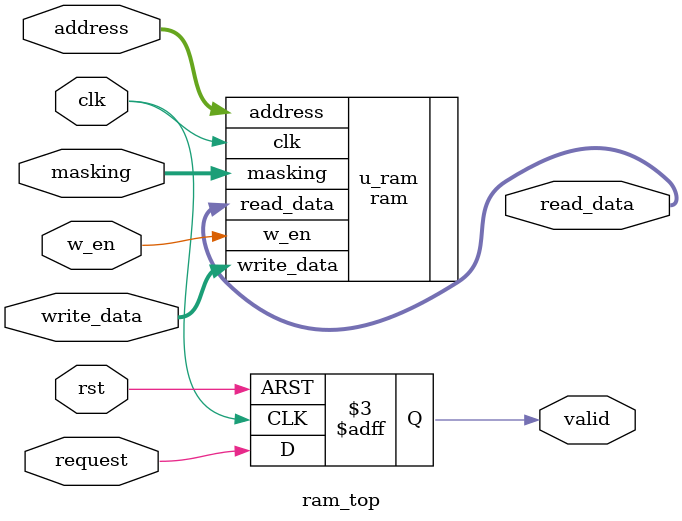
<source format=v>
module ram_top #(
    parameter INIT_MEM = 0
)(
    input wire         rst,
    input wire         request,
    input wire         clk,
    input wire         w_en,
    input wire  [7:0]  address,
    input wire  [31:0] write_data,
    input wire  [3:0]  masking,

    output reg         valid,
    output wire [31:0] read_data
);

    always @(posedge clk or negedge rst ) begin
        if(!rst)begin
            valid<=0;
        end
        else begin
            valid <= request;
        end
    end

    ram #(
        .INIT_MEM(INIT_MEM)
    ) u_ram(
        .clk(clk),
        .address(address),
        .w_en(w_en),
        .write_data(write_data),
        .masking(masking),

        .read_data(read_data)
    );
endmodule

</source>
